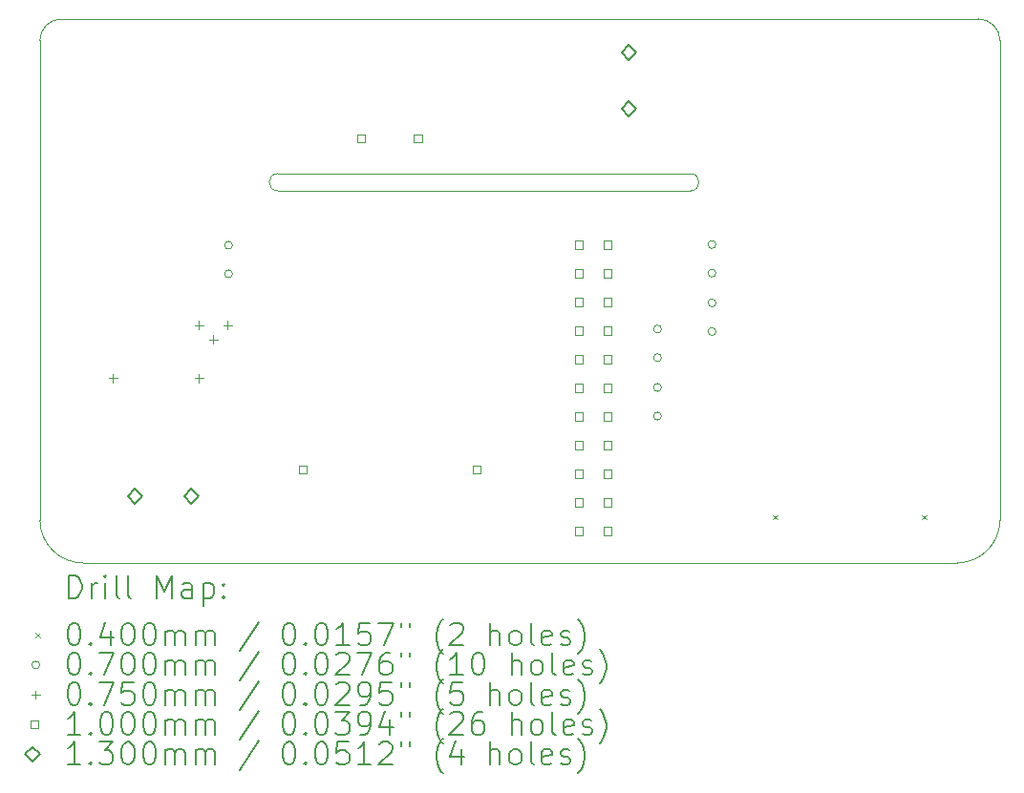
<source format=gbr>
%TF.GenerationSoftware,KiCad,Pcbnew,(6.0.8)*%
%TF.CreationDate,2022-11-26T11:41:06-06:00*%
%TF.ProjectId,tt-relay-board,74742d72-656c-4617-992d-626f6172642e,rev?*%
%TF.SameCoordinates,Original*%
%TF.FileFunction,Drillmap*%
%TF.FilePolarity,Positive*%
%FSLAX45Y45*%
G04 Gerber Fmt 4.5, Leading zero omitted, Abs format (unit mm)*
G04 Created by KiCad (PCBNEW (6.0.8)) date 2022-11-26 11:41:06*
%MOMM*%
%LPD*%
G01*
G04 APERTURE LIST*
%ADD10C,0.025400*%
%ADD11C,0.200000*%
%ADD12C,0.040000*%
%ADD13C,0.070000*%
%ADD14C,0.075000*%
%ADD15C,0.100000*%
%ADD16C,0.130000*%
G04 APERTURE END LIST*
D10*
X4572000Y-10160000D02*
X12319000Y-10160000D01*
X12700000Y-9779000D02*
X12700000Y-5524500D01*
X4191000Y-5524500D02*
X4191000Y-9779000D01*
X9956800Y-6858000D02*
G75*
G03*
X9956800Y-6705600I0J76200D01*
G01*
X4381500Y-5334000D02*
G75*
G03*
X4191000Y-5524500I0J-190500D01*
G01*
X6299200Y-6705600D02*
G75*
G03*
X6299200Y-6858000I0J-76200D01*
G01*
X9956800Y-6858000D02*
X6299200Y-6858000D01*
X6299200Y-6705600D02*
X9956800Y-6705600D01*
X12509500Y-5334000D02*
X4381500Y-5334000D01*
X4191000Y-9779000D02*
G75*
G03*
X4572000Y-10160000I381000J0D01*
G01*
X12700000Y-5524500D02*
G75*
G03*
X12509500Y-5334000I-190500J0D01*
G01*
X12319000Y-10160000D02*
G75*
G03*
X12700000Y-9779000I0J381000D01*
G01*
D11*
D12*
X10686100Y-9733600D02*
X10726100Y-9773600D01*
X10726100Y-9733600D02*
X10686100Y-9773600D01*
X12006900Y-9733600D02*
X12046900Y-9773600D01*
X12046900Y-9733600D02*
X12006900Y-9773600D01*
D13*
X5897400Y-7340600D02*
G75*
G03*
X5897400Y-7340600I-35000J0D01*
G01*
X5897400Y-7594600D02*
G75*
G03*
X5897400Y-7594600I-35000J0D01*
G01*
X9699700Y-8084900D02*
G75*
G03*
X9699700Y-8084900I-35000J0D01*
G01*
X9699700Y-8338900D02*
G75*
G03*
X9699700Y-8338900I-35000J0D01*
G01*
X9699700Y-8602900D02*
G75*
G03*
X9699700Y-8602900I-35000J0D01*
G01*
X9699700Y-8856900D02*
G75*
G03*
X9699700Y-8856900I-35000J0D01*
G01*
X10182300Y-7335600D02*
G75*
G03*
X10182300Y-7335600I-35000J0D01*
G01*
X10182300Y-7589600D02*
G75*
G03*
X10182300Y-7589600I-35000J0D01*
G01*
X10182300Y-7853600D02*
G75*
G03*
X10182300Y-7853600I-35000J0D01*
G01*
X10182300Y-8107600D02*
G75*
G03*
X10182300Y-8107600I-35000J0D01*
G01*
D14*
X4838200Y-8482100D02*
X4838200Y-8557100D01*
X4800700Y-8519600D02*
X4875700Y-8519600D01*
X5600200Y-8482100D02*
X5600200Y-8557100D01*
X5562700Y-8519600D02*
X5637700Y-8519600D01*
X5600700Y-8014300D02*
X5600700Y-8089300D01*
X5563200Y-8051800D02*
X5638200Y-8051800D01*
X5727700Y-8141300D02*
X5727700Y-8216300D01*
X5690200Y-8178800D02*
X5765200Y-8178800D01*
X5854700Y-8014300D02*
X5854700Y-8089300D01*
X5817200Y-8051800D02*
X5892200Y-8051800D01*
D15*
X6555156Y-9367706D02*
X6555156Y-9296994D01*
X6484444Y-9296994D01*
X6484444Y-9367706D01*
X6555156Y-9367706D01*
X7075156Y-6427706D02*
X7075156Y-6356994D01*
X7004444Y-6356994D01*
X7004444Y-6427706D01*
X7075156Y-6427706D01*
X7575156Y-6427706D02*
X7575156Y-6356994D01*
X7504444Y-6356994D01*
X7504444Y-6427706D01*
X7575156Y-6427706D01*
X8095156Y-9367706D02*
X8095156Y-9296994D01*
X8024444Y-9296994D01*
X8024444Y-9367706D01*
X8095156Y-9367706D01*
X9003556Y-7373456D02*
X9003556Y-7302744D01*
X8932844Y-7302744D01*
X8932844Y-7373456D01*
X9003556Y-7373456D01*
X9003556Y-7627456D02*
X9003556Y-7556744D01*
X8932844Y-7556744D01*
X8932844Y-7627456D01*
X9003556Y-7627456D01*
X9003556Y-7881456D02*
X9003556Y-7810744D01*
X8932844Y-7810744D01*
X8932844Y-7881456D01*
X9003556Y-7881456D01*
X9003556Y-8135456D02*
X9003556Y-8064744D01*
X8932844Y-8064744D01*
X8932844Y-8135456D01*
X9003556Y-8135456D01*
X9003556Y-8389456D02*
X9003556Y-8318744D01*
X8932844Y-8318744D01*
X8932844Y-8389456D01*
X9003556Y-8389456D01*
X9003556Y-8643456D02*
X9003556Y-8572744D01*
X8932844Y-8572744D01*
X8932844Y-8643456D01*
X9003556Y-8643456D01*
X9003556Y-8897456D02*
X9003556Y-8826744D01*
X8932844Y-8826744D01*
X8932844Y-8897456D01*
X9003556Y-8897456D01*
X9003556Y-9151456D02*
X9003556Y-9080744D01*
X8932844Y-9080744D01*
X8932844Y-9151456D01*
X9003556Y-9151456D01*
X9003556Y-9405456D02*
X9003556Y-9334744D01*
X8932844Y-9334744D01*
X8932844Y-9405456D01*
X9003556Y-9405456D01*
X9003556Y-9659456D02*
X9003556Y-9588744D01*
X8932844Y-9588744D01*
X8932844Y-9659456D01*
X9003556Y-9659456D01*
X9003556Y-9913456D02*
X9003556Y-9842744D01*
X8932844Y-9842744D01*
X8932844Y-9913456D01*
X9003556Y-9913456D01*
X9257556Y-7373456D02*
X9257556Y-7302744D01*
X9186844Y-7302744D01*
X9186844Y-7373456D01*
X9257556Y-7373456D01*
X9257556Y-7627456D02*
X9257556Y-7556744D01*
X9186844Y-7556744D01*
X9186844Y-7627456D01*
X9257556Y-7627456D01*
X9257556Y-7881456D02*
X9257556Y-7810744D01*
X9186844Y-7810744D01*
X9186844Y-7881456D01*
X9257556Y-7881456D01*
X9257556Y-8135456D02*
X9257556Y-8064744D01*
X9186844Y-8064744D01*
X9186844Y-8135456D01*
X9257556Y-8135456D01*
X9257556Y-8389456D02*
X9257556Y-8318744D01*
X9186844Y-8318744D01*
X9186844Y-8389456D01*
X9257556Y-8389456D01*
X9257556Y-8643456D02*
X9257556Y-8572744D01*
X9186844Y-8572744D01*
X9186844Y-8643456D01*
X9257556Y-8643456D01*
X9257556Y-8897456D02*
X9257556Y-8826744D01*
X9186844Y-8826744D01*
X9186844Y-8897456D01*
X9257556Y-8897456D01*
X9257556Y-9151456D02*
X9257556Y-9080744D01*
X9186844Y-9080744D01*
X9186844Y-9151456D01*
X9257556Y-9151456D01*
X9257556Y-9405456D02*
X9257556Y-9334744D01*
X9186844Y-9334744D01*
X9186844Y-9405456D01*
X9257556Y-9405456D01*
X9257556Y-9659456D02*
X9257556Y-9588744D01*
X9186844Y-9588744D01*
X9186844Y-9659456D01*
X9257556Y-9659456D01*
X9257556Y-9913456D02*
X9257556Y-9842744D01*
X9186844Y-9842744D01*
X9186844Y-9913456D01*
X9257556Y-9913456D01*
D16*
X5033200Y-9632700D02*
X5098200Y-9567700D01*
X5033200Y-9502700D01*
X4968200Y-9567700D01*
X5033200Y-9632700D01*
X5533200Y-9632700D02*
X5598200Y-9567700D01*
X5533200Y-9502700D01*
X5468200Y-9567700D01*
X5533200Y-9632700D01*
X9411300Y-5695100D02*
X9476300Y-5630100D01*
X9411300Y-5565100D01*
X9346300Y-5630100D01*
X9411300Y-5695100D01*
X9411300Y-6195100D02*
X9476300Y-6130100D01*
X9411300Y-6065100D01*
X9346300Y-6130100D01*
X9411300Y-6195100D01*
D11*
X4447349Y-10471746D02*
X4447349Y-10271746D01*
X4494968Y-10271746D01*
X4523540Y-10281270D01*
X4542587Y-10300318D01*
X4552111Y-10319365D01*
X4561635Y-10357460D01*
X4561635Y-10386032D01*
X4552111Y-10424127D01*
X4542587Y-10443175D01*
X4523540Y-10462222D01*
X4494968Y-10471746D01*
X4447349Y-10471746D01*
X4647349Y-10471746D02*
X4647349Y-10338413D01*
X4647349Y-10376508D02*
X4656873Y-10357460D01*
X4666397Y-10347937D01*
X4685444Y-10338413D01*
X4704492Y-10338413D01*
X4771159Y-10471746D02*
X4771159Y-10338413D01*
X4771159Y-10271746D02*
X4761635Y-10281270D01*
X4771159Y-10290794D01*
X4780682Y-10281270D01*
X4771159Y-10271746D01*
X4771159Y-10290794D01*
X4894968Y-10471746D02*
X4875920Y-10462222D01*
X4866397Y-10443175D01*
X4866397Y-10271746D01*
X4999730Y-10471746D02*
X4980682Y-10462222D01*
X4971159Y-10443175D01*
X4971159Y-10271746D01*
X5228301Y-10471746D02*
X5228301Y-10271746D01*
X5294968Y-10414603D01*
X5361635Y-10271746D01*
X5361635Y-10471746D01*
X5542587Y-10471746D02*
X5542587Y-10366984D01*
X5533063Y-10347937D01*
X5514016Y-10338413D01*
X5475920Y-10338413D01*
X5456873Y-10347937D01*
X5542587Y-10462222D02*
X5523540Y-10471746D01*
X5475920Y-10471746D01*
X5456873Y-10462222D01*
X5447349Y-10443175D01*
X5447349Y-10424127D01*
X5456873Y-10405080D01*
X5475920Y-10395556D01*
X5523540Y-10395556D01*
X5542587Y-10386032D01*
X5637825Y-10338413D02*
X5637825Y-10538413D01*
X5637825Y-10347937D02*
X5656873Y-10338413D01*
X5694968Y-10338413D01*
X5714016Y-10347937D01*
X5723539Y-10357460D01*
X5733063Y-10376508D01*
X5733063Y-10433651D01*
X5723539Y-10452699D01*
X5714016Y-10462222D01*
X5694968Y-10471746D01*
X5656873Y-10471746D01*
X5637825Y-10462222D01*
X5818778Y-10452699D02*
X5828301Y-10462222D01*
X5818778Y-10471746D01*
X5809254Y-10462222D01*
X5818778Y-10452699D01*
X5818778Y-10471746D01*
X5818778Y-10347937D02*
X5828301Y-10357460D01*
X5818778Y-10366984D01*
X5809254Y-10357460D01*
X5818778Y-10347937D01*
X5818778Y-10366984D01*
D12*
X4149730Y-10781270D02*
X4189730Y-10821270D01*
X4189730Y-10781270D02*
X4149730Y-10821270D01*
D11*
X4485444Y-10691746D02*
X4504492Y-10691746D01*
X4523540Y-10701270D01*
X4533063Y-10710794D01*
X4542587Y-10729841D01*
X4552111Y-10767937D01*
X4552111Y-10815556D01*
X4542587Y-10853651D01*
X4533063Y-10872699D01*
X4523540Y-10882222D01*
X4504492Y-10891746D01*
X4485444Y-10891746D01*
X4466397Y-10882222D01*
X4456873Y-10872699D01*
X4447349Y-10853651D01*
X4437825Y-10815556D01*
X4437825Y-10767937D01*
X4447349Y-10729841D01*
X4456873Y-10710794D01*
X4466397Y-10701270D01*
X4485444Y-10691746D01*
X4637825Y-10872699D02*
X4647349Y-10882222D01*
X4637825Y-10891746D01*
X4628301Y-10882222D01*
X4637825Y-10872699D01*
X4637825Y-10891746D01*
X4818778Y-10758413D02*
X4818778Y-10891746D01*
X4771159Y-10682222D02*
X4723540Y-10825080D01*
X4847349Y-10825080D01*
X4961635Y-10691746D02*
X4980682Y-10691746D01*
X4999730Y-10701270D01*
X5009254Y-10710794D01*
X5018778Y-10729841D01*
X5028301Y-10767937D01*
X5028301Y-10815556D01*
X5018778Y-10853651D01*
X5009254Y-10872699D01*
X4999730Y-10882222D01*
X4980682Y-10891746D01*
X4961635Y-10891746D01*
X4942587Y-10882222D01*
X4933063Y-10872699D01*
X4923540Y-10853651D01*
X4914016Y-10815556D01*
X4914016Y-10767937D01*
X4923540Y-10729841D01*
X4933063Y-10710794D01*
X4942587Y-10701270D01*
X4961635Y-10691746D01*
X5152111Y-10691746D02*
X5171159Y-10691746D01*
X5190206Y-10701270D01*
X5199730Y-10710794D01*
X5209254Y-10729841D01*
X5218778Y-10767937D01*
X5218778Y-10815556D01*
X5209254Y-10853651D01*
X5199730Y-10872699D01*
X5190206Y-10882222D01*
X5171159Y-10891746D01*
X5152111Y-10891746D01*
X5133063Y-10882222D01*
X5123540Y-10872699D01*
X5114016Y-10853651D01*
X5104492Y-10815556D01*
X5104492Y-10767937D01*
X5114016Y-10729841D01*
X5123540Y-10710794D01*
X5133063Y-10701270D01*
X5152111Y-10691746D01*
X5304492Y-10891746D02*
X5304492Y-10758413D01*
X5304492Y-10777460D02*
X5314016Y-10767937D01*
X5333063Y-10758413D01*
X5361635Y-10758413D01*
X5380682Y-10767937D01*
X5390206Y-10786984D01*
X5390206Y-10891746D01*
X5390206Y-10786984D02*
X5399730Y-10767937D01*
X5418778Y-10758413D01*
X5447349Y-10758413D01*
X5466397Y-10767937D01*
X5475920Y-10786984D01*
X5475920Y-10891746D01*
X5571159Y-10891746D02*
X5571159Y-10758413D01*
X5571159Y-10777460D02*
X5580682Y-10767937D01*
X5599730Y-10758413D01*
X5628301Y-10758413D01*
X5647349Y-10767937D01*
X5656873Y-10786984D01*
X5656873Y-10891746D01*
X5656873Y-10786984D02*
X5666397Y-10767937D01*
X5685444Y-10758413D01*
X5714016Y-10758413D01*
X5733063Y-10767937D01*
X5742587Y-10786984D01*
X5742587Y-10891746D01*
X6133063Y-10682222D02*
X5961635Y-10939365D01*
X6390206Y-10691746D02*
X6409254Y-10691746D01*
X6428301Y-10701270D01*
X6437825Y-10710794D01*
X6447349Y-10729841D01*
X6456873Y-10767937D01*
X6456873Y-10815556D01*
X6447349Y-10853651D01*
X6437825Y-10872699D01*
X6428301Y-10882222D01*
X6409254Y-10891746D01*
X6390206Y-10891746D01*
X6371158Y-10882222D01*
X6361635Y-10872699D01*
X6352111Y-10853651D01*
X6342587Y-10815556D01*
X6342587Y-10767937D01*
X6352111Y-10729841D01*
X6361635Y-10710794D01*
X6371158Y-10701270D01*
X6390206Y-10691746D01*
X6542587Y-10872699D02*
X6552111Y-10882222D01*
X6542587Y-10891746D01*
X6533063Y-10882222D01*
X6542587Y-10872699D01*
X6542587Y-10891746D01*
X6675920Y-10691746D02*
X6694968Y-10691746D01*
X6714016Y-10701270D01*
X6723539Y-10710794D01*
X6733063Y-10729841D01*
X6742587Y-10767937D01*
X6742587Y-10815556D01*
X6733063Y-10853651D01*
X6723539Y-10872699D01*
X6714016Y-10882222D01*
X6694968Y-10891746D01*
X6675920Y-10891746D01*
X6656873Y-10882222D01*
X6647349Y-10872699D01*
X6637825Y-10853651D01*
X6628301Y-10815556D01*
X6628301Y-10767937D01*
X6637825Y-10729841D01*
X6647349Y-10710794D01*
X6656873Y-10701270D01*
X6675920Y-10691746D01*
X6933063Y-10891746D02*
X6818778Y-10891746D01*
X6875920Y-10891746D02*
X6875920Y-10691746D01*
X6856873Y-10720318D01*
X6837825Y-10739365D01*
X6818778Y-10748889D01*
X7114016Y-10691746D02*
X7018778Y-10691746D01*
X7009254Y-10786984D01*
X7018778Y-10777460D01*
X7037825Y-10767937D01*
X7085444Y-10767937D01*
X7104492Y-10777460D01*
X7114016Y-10786984D01*
X7123539Y-10806032D01*
X7123539Y-10853651D01*
X7114016Y-10872699D01*
X7104492Y-10882222D01*
X7085444Y-10891746D01*
X7037825Y-10891746D01*
X7018778Y-10882222D01*
X7009254Y-10872699D01*
X7190206Y-10691746D02*
X7323539Y-10691746D01*
X7237825Y-10891746D01*
X7390206Y-10691746D02*
X7390206Y-10729841D01*
X7466397Y-10691746D02*
X7466397Y-10729841D01*
X7761635Y-10967937D02*
X7752111Y-10958413D01*
X7733063Y-10929841D01*
X7723539Y-10910794D01*
X7714016Y-10882222D01*
X7704492Y-10834603D01*
X7704492Y-10796508D01*
X7714016Y-10748889D01*
X7723539Y-10720318D01*
X7733063Y-10701270D01*
X7752111Y-10672699D01*
X7761635Y-10663175D01*
X7828301Y-10710794D02*
X7837825Y-10701270D01*
X7856873Y-10691746D01*
X7904492Y-10691746D01*
X7923539Y-10701270D01*
X7933063Y-10710794D01*
X7942587Y-10729841D01*
X7942587Y-10748889D01*
X7933063Y-10777460D01*
X7818778Y-10891746D01*
X7942587Y-10891746D01*
X8180682Y-10891746D02*
X8180682Y-10691746D01*
X8266397Y-10891746D02*
X8266397Y-10786984D01*
X8256873Y-10767937D01*
X8237825Y-10758413D01*
X8209254Y-10758413D01*
X8190206Y-10767937D01*
X8180682Y-10777460D01*
X8390206Y-10891746D02*
X8371158Y-10882222D01*
X8361635Y-10872699D01*
X8352111Y-10853651D01*
X8352111Y-10796508D01*
X8361635Y-10777460D01*
X8371158Y-10767937D01*
X8390206Y-10758413D01*
X8418778Y-10758413D01*
X8437825Y-10767937D01*
X8447349Y-10777460D01*
X8456873Y-10796508D01*
X8456873Y-10853651D01*
X8447349Y-10872699D01*
X8437825Y-10882222D01*
X8418778Y-10891746D01*
X8390206Y-10891746D01*
X8571159Y-10891746D02*
X8552111Y-10882222D01*
X8542587Y-10863175D01*
X8542587Y-10691746D01*
X8723540Y-10882222D02*
X8704492Y-10891746D01*
X8666397Y-10891746D01*
X8647349Y-10882222D01*
X8637825Y-10863175D01*
X8637825Y-10786984D01*
X8647349Y-10767937D01*
X8666397Y-10758413D01*
X8704492Y-10758413D01*
X8723540Y-10767937D01*
X8733063Y-10786984D01*
X8733063Y-10806032D01*
X8637825Y-10825080D01*
X8809254Y-10882222D02*
X8828301Y-10891746D01*
X8866397Y-10891746D01*
X8885444Y-10882222D01*
X8894968Y-10863175D01*
X8894968Y-10853651D01*
X8885444Y-10834603D01*
X8866397Y-10825080D01*
X8837825Y-10825080D01*
X8818778Y-10815556D01*
X8809254Y-10796508D01*
X8809254Y-10786984D01*
X8818778Y-10767937D01*
X8837825Y-10758413D01*
X8866397Y-10758413D01*
X8885444Y-10767937D01*
X8961635Y-10967937D02*
X8971159Y-10958413D01*
X8990206Y-10929841D01*
X8999730Y-10910794D01*
X9009254Y-10882222D01*
X9018778Y-10834603D01*
X9018778Y-10796508D01*
X9009254Y-10748889D01*
X8999730Y-10720318D01*
X8990206Y-10701270D01*
X8971159Y-10672699D01*
X8961635Y-10663175D01*
D13*
X4189730Y-11065270D02*
G75*
G03*
X4189730Y-11065270I-35000J0D01*
G01*
D11*
X4485444Y-10955746D02*
X4504492Y-10955746D01*
X4523540Y-10965270D01*
X4533063Y-10974794D01*
X4542587Y-10993841D01*
X4552111Y-11031937D01*
X4552111Y-11079556D01*
X4542587Y-11117651D01*
X4533063Y-11136699D01*
X4523540Y-11146222D01*
X4504492Y-11155746D01*
X4485444Y-11155746D01*
X4466397Y-11146222D01*
X4456873Y-11136699D01*
X4447349Y-11117651D01*
X4437825Y-11079556D01*
X4437825Y-11031937D01*
X4447349Y-10993841D01*
X4456873Y-10974794D01*
X4466397Y-10965270D01*
X4485444Y-10955746D01*
X4637825Y-11136699D02*
X4647349Y-11146222D01*
X4637825Y-11155746D01*
X4628301Y-11146222D01*
X4637825Y-11136699D01*
X4637825Y-11155746D01*
X4714016Y-10955746D02*
X4847349Y-10955746D01*
X4761635Y-11155746D01*
X4961635Y-10955746D02*
X4980682Y-10955746D01*
X4999730Y-10965270D01*
X5009254Y-10974794D01*
X5018778Y-10993841D01*
X5028301Y-11031937D01*
X5028301Y-11079556D01*
X5018778Y-11117651D01*
X5009254Y-11136699D01*
X4999730Y-11146222D01*
X4980682Y-11155746D01*
X4961635Y-11155746D01*
X4942587Y-11146222D01*
X4933063Y-11136699D01*
X4923540Y-11117651D01*
X4914016Y-11079556D01*
X4914016Y-11031937D01*
X4923540Y-10993841D01*
X4933063Y-10974794D01*
X4942587Y-10965270D01*
X4961635Y-10955746D01*
X5152111Y-10955746D02*
X5171159Y-10955746D01*
X5190206Y-10965270D01*
X5199730Y-10974794D01*
X5209254Y-10993841D01*
X5218778Y-11031937D01*
X5218778Y-11079556D01*
X5209254Y-11117651D01*
X5199730Y-11136699D01*
X5190206Y-11146222D01*
X5171159Y-11155746D01*
X5152111Y-11155746D01*
X5133063Y-11146222D01*
X5123540Y-11136699D01*
X5114016Y-11117651D01*
X5104492Y-11079556D01*
X5104492Y-11031937D01*
X5114016Y-10993841D01*
X5123540Y-10974794D01*
X5133063Y-10965270D01*
X5152111Y-10955746D01*
X5304492Y-11155746D02*
X5304492Y-11022413D01*
X5304492Y-11041460D02*
X5314016Y-11031937D01*
X5333063Y-11022413D01*
X5361635Y-11022413D01*
X5380682Y-11031937D01*
X5390206Y-11050984D01*
X5390206Y-11155746D01*
X5390206Y-11050984D02*
X5399730Y-11031937D01*
X5418778Y-11022413D01*
X5447349Y-11022413D01*
X5466397Y-11031937D01*
X5475920Y-11050984D01*
X5475920Y-11155746D01*
X5571159Y-11155746D02*
X5571159Y-11022413D01*
X5571159Y-11041460D02*
X5580682Y-11031937D01*
X5599730Y-11022413D01*
X5628301Y-11022413D01*
X5647349Y-11031937D01*
X5656873Y-11050984D01*
X5656873Y-11155746D01*
X5656873Y-11050984D02*
X5666397Y-11031937D01*
X5685444Y-11022413D01*
X5714016Y-11022413D01*
X5733063Y-11031937D01*
X5742587Y-11050984D01*
X5742587Y-11155746D01*
X6133063Y-10946222D02*
X5961635Y-11203365D01*
X6390206Y-10955746D02*
X6409254Y-10955746D01*
X6428301Y-10965270D01*
X6437825Y-10974794D01*
X6447349Y-10993841D01*
X6456873Y-11031937D01*
X6456873Y-11079556D01*
X6447349Y-11117651D01*
X6437825Y-11136699D01*
X6428301Y-11146222D01*
X6409254Y-11155746D01*
X6390206Y-11155746D01*
X6371158Y-11146222D01*
X6361635Y-11136699D01*
X6352111Y-11117651D01*
X6342587Y-11079556D01*
X6342587Y-11031937D01*
X6352111Y-10993841D01*
X6361635Y-10974794D01*
X6371158Y-10965270D01*
X6390206Y-10955746D01*
X6542587Y-11136699D02*
X6552111Y-11146222D01*
X6542587Y-11155746D01*
X6533063Y-11146222D01*
X6542587Y-11136699D01*
X6542587Y-11155746D01*
X6675920Y-10955746D02*
X6694968Y-10955746D01*
X6714016Y-10965270D01*
X6723539Y-10974794D01*
X6733063Y-10993841D01*
X6742587Y-11031937D01*
X6742587Y-11079556D01*
X6733063Y-11117651D01*
X6723539Y-11136699D01*
X6714016Y-11146222D01*
X6694968Y-11155746D01*
X6675920Y-11155746D01*
X6656873Y-11146222D01*
X6647349Y-11136699D01*
X6637825Y-11117651D01*
X6628301Y-11079556D01*
X6628301Y-11031937D01*
X6637825Y-10993841D01*
X6647349Y-10974794D01*
X6656873Y-10965270D01*
X6675920Y-10955746D01*
X6818778Y-10974794D02*
X6828301Y-10965270D01*
X6847349Y-10955746D01*
X6894968Y-10955746D01*
X6914016Y-10965270D01*
X6923539Y-10974794D01*
X6933063Y-10993841D01*
X6933063Y-11012889D01*
X6923539Y-11041460D01*
X6809254Y-11155746D01*
X6933063Y-11155746D01*
X6999730Y-10955746D02*
X7133063Y-10955746D01*
X7047349Y-11155746D01*
X7294968Y-10955746D02*
X7256873Y-10955746D01*
X7237825Y-10965270D01*
X7228301Y-10974794D01*
X7209254Y-11003365D01*
X7199730Y-11041460D01*
X7199730Y-11117651D01*
X7209254Y-11136699D01*
X7218778Y-11146222D01*
X7237825Y-11155746D01*
X7275920Y-11155746D01*
X7294968Y-11146222D01*
X7304492Y-11136699D01*
X7314016Y-11117651D01*
X7314016Y-11070032D01*
X7304492Y-11050984D01*
X7294968Y-11041460D01*
X7275920Y-11031937D01*
X7237825Y-11031937D01*
X7218778Y-11041460D01*
X7209254Y-11050984D01*
X7199730Y-11070032D01*
X7390206Y-10955746D02*
X7390206Y-10993841D01*
X7466397Y-10955746D02*
X7466397Y-10993841D01*
X7761635Y-11231937D02*
X7752111Y-11222413D01*
X7733063Y-11193841D01*
X7723539Y-11174794D01*
X7714016Y-11146222D01*
X7704492Y-11098603D01*
X7704492Y-11060508D01*
X7714016Y-11012889D01*
X7723539Y-10984318D01*
X7733063Y-10965270D01*
X7752111Y-10936699D01*
X7761635Y-10927175D01*
X7942587Y-11155746D02*
X7828301Y-11155746D01*
X7885444Y-11155746D02*
X7885444Y-10955746D01*
X7866397Y-10984318D01*
X7847349Y-11003365D01*
X7828301Y-11012889D01*
X8066397Y-10955746D02*
X8085444Y-10955746D01*
X8104492Y-10965270D01*
X8114016Y-10974794D01*
X8123539Y-10993841D01*
X8133063Y-11031937D01*
X8133063Y-11079556D01*
X8123539Y-11117651D01*
X8114016Y-11136699D01*
X8104492Y-11146222D01*
X8085444Y-11155746D01*
X8066397Y-11155746D01*
X8047349Y-11146222D01*
X8037825Y-11136699D01*
X8028301Y-11117651D01*
X8018778Y-11079556D01*
X8018778Y-11031937D01*
X8028301Y-10993841D01*
X8037825Y-10974794D01*
X8047349Y-10965270D01*
X8066397Y-10955746D01*
X8371158Y-11155746D02*
X8371158Y-10955746D01*
X8456873Y-11155746D02*
X8456873Y-11050984D01*
X8447349Y-11031937D01*
X8428301Y-11022413D01*
X8399730Y-11022413D01*
X8380682Y-11031937D01*
X8371158Y-11041460D01*
X8580682Y-11155746D02*
X8561635Y-11146222D01*
X8552111Y-11136699D01*
X8542587Y-11117651D01*
X8542587Y-11060508D01*
X8552111Y-11041460D01*
X8561635Y-11031937D01*
X8580682Y-11022413D01*
X8609254Y-11022413D01*
X8628301Y-11031937D01*
X8637825Y-11041460D01*
X8647349Y-11060508D01*
X8647349Y-11117651D01*
X8637825Y-11136699D01*
X8628301Y-11146222D01*
X8609254Y-11155746D01*
X8580682Y-11155746D01*
X8761635Y-11155746D02*
X8742587Y-11146222D01*
X8733063Y-11127175D01*
X8733063Y-10955746D01*
X8914016Y-11146222D02*
X8894968Y-11155746D01*
X8856873Y-11155746D01*
X8837825Y-11146222D01*
X8828301Y-11127175D01*
X8828301Y-11050984D01*
X8837825Y-11031937D01*
X8856873Y-11022413D01*
X8894968Y-11022413D01*
X8914016Y-11031937D01*
X8923540Y-11050984D01*
X8923540Y-11070032D01*
X8828301Y-11089080D01*
X8999730Y-11146222D02*
X9018778Y-11155746D01*
X9056873Y-11155746D01*
X9075920Y-11146222D01*
X9085444Y-11127175D01*
X9085444Y-11117651D01*
X9075920Y-11098603D01*
X9056873Y-11089080D01*
X9028301Y-11089080D01*
X9009254Y-11079556D01*
X8999730Y-11060508D01*
X8999730Y-11050984D01*
X9009254Y-11031937D01*
X9028301Y-11022413D01*
X9056873Y-11022413D01*
X9075920Y-11031937D01*
X9152111Y-11231937D02*
X9161635Y-11222413D01*
X9180682Y-11193841D01*
X9190206Y-11174794D01*
X9199730Y-11146222D01*
X9209254Y-11098603D01*
X9209254Y-11060508D01*
X9199730Y-11012889D01*
X9190206Y-10984318D01*
X9180682Y-10965270D01*
X9161635Y-10936699D01*
X9152111Y-10927175D01*
D14*
X4152230Y-11291770D02*
X4152230Y-11366770D01*
X4114730Y-11329270D02*
X4189730Y-11329270D01*
D11*
X4485444Y-11219746D02*
X4504492Y-11219746D01*
X4523540Y-11229270D01*
X4533063Y-11238794D01*
X4542587Y-11257841D01*
X4552111Y-11295937D01*
X4552111Y-11343556D01*
X4542587Y-11381651D01*
X4533063Y-11400698D01*
X4523540Y-11410222D01*
X4504492Y-11419746D01*
X4485444Y-11419746D01*
X4466397Y-11410222D01*
X4456873Y-11400698D01*
X4447349Y-11381651D01*
X4437825Y-11343556D01*
X4437825Y-11295937D01*
X4447349Y-11257841D01*
X4456873Y-11238794D01*
X4466397Y-11229270D01*
X4485444Y-11219746D01*
X4637825Y-11400698D02*
X4647349Y-11410222D01*
X4637825Y-11419746D01*
X4628301Y-11410222D01*
X4637825Y-11400698D01*
X4637825Y-11419746D01*
X4714016Y-11219746D02*
X4847349Y-11219746D01*
X4761635Y-11419746D01*
X5018778Y-11219746D02*
X4923540Y-11219746D01*
X4914016Y-11314984D01*
X4923540Y-11305460D01*
X4942587Y-11295937D01*
X4990206Y-11295937D01*
X5009254Y-11305460D01*
X5018778Y-11314984D01*
X5028301Y-11334032D01*
X5028301Y-11381651D01*
X5018778Y-11400698D01*
X5009254Y-11410222D01*
X4990206Y-11419746D01*
X4942587Y-11419746D01*
X4923540Y-11410222D01*
X4914016Y-11400698D01*
X5152111Y-11219746D02*
X5171159Y-11219746D01*
X5190206Y-11229270D01*
X5199730Y-11238794D01*
X5209254Y-11257841D01*
X5218778Y-11295937D01*
X5218778Y-11343556D01*
X5209254Y-11381651D01*
X5199730Y-11400698D01*
X5190206Y-11410222D01*
X5171159Y-11419746D01*
X5152111Y-11419746D01*
X5133063Y-11410222D01*
X5123540Y-11400698D01*
X5114016Y-11381651D01*
X5104492Y-11343556D01*
X5104492Y-11295937D01*
X5114016Y-11257841D01*
X5123540Y-11238794D01*
X5133063Y-11229270D01*
X5152111Y-11219746D01*
X5304492Y-11419746D02*
X5304492Y-11286413D01*
X5304492Y-11305460D02*
X5314016Y-11295937D01*
X5333063Y-11286413D01*
X5361635Y-11286413D01*
X5380682Y-11295937D01*
X5390206Y-11314984D01*
X5390206Y-11419746D01*
X5390206Y-11314984D02*
X5399730Y-11295937D01*
X5418778Y-11286413D01*
X5447349Y-11286413D01*
X5466397Y-11295937D01*
X5475920Y-11314984D01*
X5475920Y-11419746D01*
X5571159Y-11419746D02*
X5571159Y-11286413D01*
X5571159Y-11305460D02*
X5580682Y-11295937D01*
X5599730Y-11286413D01*
X5628301Y-11286413D01*
X5647349Y-11295937D01*
X5656873Y-11314984D01*
X5656873Y-11419746D01*
X5656873Y-11314984D02*
X5666397Y-11295937D01*
X5685444Y-11286413D01*
X5714016Y-11286413D01*
X5733063Y-11295937D01*
X5742587Y-11314984D01*
X5742587Y-11419746D01*
X6133063Y-11210222D02*
X5961635Y-11467365D01*
X6390206Y-11219746D02*
X6409254Y-11219746D01*
X6428301Y-11229270D01*
X6437825Y-11238794D01*
X6447349Y-11257841D01*
X6456873Y-11295937D01*
X6456873Y-11343556D01*
X6447349Y-11381651D01*
X6437825Y-11400698D01*
X6428301Y-11410222D01*
X6409254Y-11419746D01*
X6390206Y-11419746D01*
X6371158Y-11410222D01*
X6361635Y-11400698D01*
X6352111Y-11381651D01*
X6342587Y-11343556D01*
X6342587Y-11295937D01*
X6352111Y-11257841D01*
X6361635Y-11238794D01*
X6371158Y-11229270D01*
X6390206Y-11219746D01*
X6542587Y-11400698D02*
X6552111Y-11410222D01*
X6542587Y-11419746D01*
X6533063Y-11410222D01*
X6542587Y-11400698D01*
X6542587Y-11419746D01*
X6675920Y-11219746D02*
X6694968Y-11219746D01*
X6714016Y-11229270D01*
X6723539Y-11238794D01*
X6733063Y-11257841D01*
X6742587Y-11295937D01*
X6742587Y-11343556D01*
X6733063Y-11381651D01*
X6723539Y-11400698D01*
X6714016Y-11410222D01*
X6694968Y-11419746D01*
X6675920Y-11419746D01*
X6656873Y-11410222D01*
X6647349Y-11400698D01*
X6637825Y-11381651D01*
X6628301Y-11343556D01*
X6628301Y-11295937D01*
X6637825Y-11257841D01*
X6647349Y-11238794D01*
X6656873Y-11229270D01*
X6675920Y-11219746D01*
X6818778Y-11238794D02*
X6828301Y-11229270D01*
X6847349Y-11219746D01*
X6894968Y-11219746D01*
X6914016Y-11229270D01*
X6923539Y-11238794D01*
X6933063Y-11257841D01*
X6933063Y-11276889D01*
X6923539Y-11305460D01*
X6809254Y-11419746D01*
X6933063Y-11419746D01*
X7028301Y-11419746D02*
X7066397Y-11419746D01*
X7085444Y-11410222D01*
X7094968Y-11400698D01*
X7114016Y-11372127D01*
X7123539Y-11334032D01*
X7123539Y-11257841D01*
X7114016Y-11238794D01*
X7104492Y-11229270D01*
X7085444Y-11219746D01*
X7047349Y-11219746D01*
X7028301Y-11229270D01*
X7018778Y-11238794D01*
X7009254Y-11257841D01*
X7009254Y-11305460D01*
X7018778Y-11324508D01*
X7028301Y-11334032D01*
X7047349Y-11343556D01*
X7085444Y-11343556D01*
X7104492Y-11334032D01*
X7114016Y-11324508D01*
X7123539Y-11305460D01*
X7304492Y-11219746D02*
X7209254Y-11219746D01*
X7199730Y-11314984D01*
X7209254Y-11305460D01*
X7228301Y-11295937D01*
X7275920Y-11295937D01*
X7294968Y-11305460D01*
X7304492Y-11314984D01*
X7314016Y-11334032D01*
X7314016Y-11381651D01*
X7304492Y-11400698D01*
X7294968Y-11410222D01*
X7275920Y-11419746D01*
X7228301Y-11419746D01*
X7209254Y-11410222D01*
X7199730Y-11400698D01*
X7390206Y-11219746D02*
X7390206Y-11257841D01*
X7466397Y-11219746D02*
X7466397Y-11257841D01*
X7761635Y-11495937D02*
X7752111Y-11486413D01*
X7733063Y-11457841D01*
X7723539Y-11438794D01*
X7714016Y-11410222D01*
X7704492Y-11362603D01*
X7704492Y-11324508D01*
X7714016Y-11276889D01*
X7723539Y-11248318D01*
X7733063Y-11229270D01*
X7752111Y-11200698D01*
X7761635Y-11191175D01*
X7933063Y-11219746D02*
X7837825Y-11219746D01*
X7828301Y-11314984D01*
X7837825Y-11305460D01*
X7856873Y-11295937D01*
X7904492Y-11295937D01*
X7923539Y-11305460D01*
X7933063Y-11314984D01*
X7942587Y-11334032D01*
X7942587Y-11381651D01*
X7933063Y-11400698D01*
X7923539Y-11410222D01*
X7904492Y-11419746D01*
X7856873Y-11419746D01*
X7837825Y-11410222D01*
X7828301Y-11400698D01*
X8180682Y-11419746D02*
X8180682Y-11219746D01*
X8266397Y-11419746D02*
X8266397Y-11314984D01*
X8256873Y-11295937D01*
X8237825Y-11286413D01*
X8209254Y-11286413D01*
X8190206Y-11295937D01*
X8180682Y-11305460D01*
X8390206Y-11419746D02*
X8371158Y-11410222D01*
X8361635Y-11400698D01*
X8352111Y-11381651D01*
X8352111Y-11324508D01*
X8361635Y-11305460D01*
X8371158Y-11295937D01*
X8390206Y-11286413D01*
X8418778Y-11286413D01*
X8437825Y-11295937D01*
X8447349Y-11305460D01*
X8456873Y-11324508D01*
X8456873Y-11381651D01*
X8447349Y-11400698D01*
X8437825Y-11410222D01*
X8418778Y-11419746D01*
X8390206Y-11419746D01*
X8571159Y-11419746D02*
X8552111Y-11410222D01*
X8542587Y-11391175D01*
X8542587Y-11219746D01*
X8723540Y-11410222D02*
X8704492Y-11419746D01*
X8666397Y-11419746D01*
X8647349Y-11410222D01*
X8637825Y-11391175D01*
X8637825Y-11314984D01*
X8647349Y-11295937D01*
X8666397Y-11286413D01*
X8704492Y-11286413D01*
X8723540Y-11295937D01*
X8733063Y-11314984D01*
X8733063Y-11334032D01*
X8637825Y-11353079D01*
X8809254Y-11410222D02*
X8828301Y-11419746D01*
X8866397Y-11419746D01*
X8885444Y-11410222D01*
X8894968Y-11391175D01*
X8894968Y-11381651D01*
X8885444Y-11362603D01*
X8866397Y-11353079D01*
X8837825Y-11353079D01*
X8818778Y-11343556D01*
X8809254Y-11324508D01*
X8809254Y-11314984D01*
X8818778Y-11295937D01*
X8837825Y-11286413D01*
X8866397Y-11286413D01*
X8885444Y-11295937D01*
X8961635Y-11495937D02*
X8971159Y-11486413D01*
X8990206Y-11457841D01*
X8999730Y-11438794D01*
X9009254Y-11410222D01*
X9018778Y-11362603D01*
X9018778Y-11324508D01*
X9009254Y-11276889D01*
X8999730Y-11248318D01*
X8990206Y-11229270D01*
X8971159Y-11200698D01*
X8961635Y-11191175D01*
D15*
X4175086Y-11628626D02*
X4175086Y-11557914D01*
X4104374Y-11557914D01*
X4104374Y-11628626D01*
X4175086Y-11628626D01*
D11*
X4552111Y-11683746D02*
X4437825Y-11683746D01*
X4494968Y-11683746D02*
X4494968Y-11483746D01*
X4475920Y-11512318D01*
X4456873Y-11531365D01*
X4437825Y-11540889D01*
X4637825Y-11664698D02*
X4647349Y-11674222D01*
X4637825Y-11683746D01*
X4628301Y-11674222D01*
X4637825Y-11664698D01*
X4637825Y-11683746D01*
X4771159Y-11483746D02*
X4790206Y-11483746D01*
X4809254Y-11493270D01*
X4818778Y-11502794D01*
X4828301Y-11521841D01*
X4837825Y-11559937D01*
X4837825Y-11607556D01*
X4828301Y-11645651D01*
X4818778Y-11664698D01*
X4809254Y-11674222D01*
X4790206Y-11683746D01*
X4771159Y-11683746D01*
X4752111Y-11674222D01*
X4742587Y-11664698D01*
X4733063Y-11645651D01*
X4723540Y-11607556D01*
X4723540Y-11559937D01*
X4733063Y-11521841D01*
X4742587Y-11502794D01*
X4752111Y-11493270D01*
X4771159Y-11483746D01*
X4961635Y-11483746D02*
X4980682Y-11483746D01*
X4999730Y-11493270D01*
X5009254Y-11502794D01*
X5018778Y-11521841D01*
X5028301Y-11559937D01*
X5028301Y-11607556D01*
X5018778Y-11645651D01*
X5009254Y-11664698D01*
X4999730Y-11674222D01*
X4980682Y-11683746D01*
X4961635Y-11683746D01*
X4942587Y-11674222D01*
X4933063Y-11664698D01*
X4923540Y-11645651D01*
X4914016Y-11607556D01*
X4914016Y-11559937D01*
X4923540Y-11521841D01*
X4933063Y-11502794D01*
X4942587Y-11493270D01*
X4961635Y-11483746D01*
X5152111Y-11483746D02*
X5171159Y-11483746D01*
X5190206Y-11493270D01*
X5199730Y-11502794D01*
X5209254Y-11521841D01*
X5218778Y-11559937D01*
X5218778Y-11607556D01*
X5209254Y-11645651D01*
X5199730Y-11664698D01*
X5190206Y-11674222D01*
X5171159Y-11683746D01*
X5152111Y-11683746D01*
X5133063Y-11674222D01*
X5123540Y-11664698D01*
X5114016Y-11645651D01*
X5104492Y-11607556D01*
X5104492Y-11559937D01*
X5114016Y-11521841D01*
X5123540Y-11502794D01*
X5133063Y-11493270D01*
X5152111Y-11483746D01*
X5304492Y-11683746D02*
X5304492Y-11550413D01*
X5304492Y-11569460D02*
X5314016Y-11559937D01*
X5333063Y-11550413D01*
X5361635Y-11550413D01*
X5380682Y-11559937D01*
X5390206Y-11578984D01*
X5390206Y-11683746D01*
X5390206Y-11578984D02*
X5399730Y-11559937D01*
X5418778Y-11550413D01*
X5447349Y-11550413D01*
X5466397Y-11559937D01*
X5475920Y-11578984D01*
X5475920Y-11683746D01*
X5571159Y-11683746D02*
X5571159Y-11550413D01*
X5571159Y-11569460D02*
X5580682Y-11559937D01*
X5599730Y-11550413D01*
X5628301Y-11550413D01*
X5647349Y-11559937D01*
X5656873Y-11578984D01*
X5656873Y-11683746D01*
X5656873Y-11578984D02*
X5666397Y-11559937D01*
X5685444Y-11550413D01*
X5714016Y-11550413D01*
X5733063Y-11559937D01*
X5742587Y-11578984D01*
X5742587Y-11683746D01*
X6133063Y-11474222D02*
X5961635Y-11731365D01*
X6390206Y-11483746D02*
X6409254Y-11483746D01*
X6428301Y-11493270D01*
X6437825Y-11502794D01*
X6447349Y-11521841D01*
X6456873Y-11559937D01*
X6456873Y-11607556D01*
X6447349Y-11645651D01*
X6437825Y-11664698D01*
X6428301Y-11674222D01*
X6409254Y-11683746D01*
X6390206Y-11683746D01*
X6371158Y-11674222D01*
X6361635Y-11664698D01*
X6352111Y-11645651D01*
X6342587Y-11607556D01*
X6342587Y-11559937D01*
X6352111Y-11521841D01*
X6361635Y-11502794D01*
X6371158Y-11493270D01*
X6390206Y-11483746D01*
X6542587Y-11664698D02*
X6552111Y-11674222D01*
X6542587Y-11683746D01*
X6533063Y-11674222D01*
X6542587Y-11664698D01*
X6542587Y-11683746D01*
X6675920Y-11483746D02*
X6694968Y-11483746D01*
X6714016Y-11493270D01*
X6723539Y-11502794D01*
X6733063Y-11521841D01*
X6742587Y-11559937D01*
X6742587Y-11607556D01*
X6733063Y-11645651D01*
X6723539Y-11664698D01*
X6714016Y-11674222D01*
X6694968Y-11683746D01*
X6675920Y-11683746D01*
X6656873Y-11674222D01*
X6647349Y-11664698D01*
X6637825Y-11645651D01*
X6628301Y-11607556D01*
X6628301Y-11559937D01*
X6637825Y-11521841D01*
X6647349Y-11502794D01*
X6656873Y-11493270D01*
X6675920Y-11483746D01*
X6809254Y-11483746D02*
X6933063Y-11483746D01*
X6866397Y-11559937D01*
X6894968Y-11559937D01*
X6914016Y-11569460D01*
X6923539Y-11578984D01*
X6933063Y-11598032D01*
X6933063Y-11645651D01*
X6923539Y-11664698D01*
X6914016Y-11674222D01*
X6894968Y-11683746D01*
X6837825Y-11683746D01*
X6818778Y-11674222D01*
X6809254Y-11664698D01*
X7028301Y-11683746D02*
X7066397Y-11683746D01*
X7085444Y-11674222D01*
X7094968Y-11664698D01*
X7114016Y-11636127D01*
X7123539Y-11598032D01*
X7123539Y-11521841D01*
X7114016Y-11502794D01*
X7104492Y-11493270D01*
X7085444Y-11483746D01*
X7047349Y-11483746D01*
X7028301Y-11493270D01*
X7018778Y-11502794D01*
X7009254Y-11521841D01*
X7009254Y-11569460D01*
X7018778Y-11588508D01*
X7028301Y-11598032D01*
X7047349Y-11607556D01*
X7085444Y-11607556D01*
X7104492Y-11598032D01*
X7114016Y-11588508D01*
X7123539Y-11569460D01*
X7294968Y-11550413D02*
X7294968Y-11683746D01*
X7247349Y-11474222D02*
X7199730Y-11617079D01*
X7323539Y-11617079D01*
X7390206Y-11483746D02*
X7390206Y-11521841D01*
X7466397Y-11483746D02*
X7466397Y-11521841D01*
X7761635Y-11759937D02*
X7752111Y-11750413D01*
X7733063Y-11721841D01*
X7723539Y-11702794D01*
X7714016Y-11674222D01*
X7704492Y-11626603D01*
X7704492Y-11588508D01*
X7714016Y-11540889D01*
X7723539Y-11512318D01*
X7733063Y-11493270D01*
X7752111Y-11464698D01*
X7761635Y-11455175D01*
X7828301Y-11502794D02*
X7837825Y-11493270D01*
X7856873Y-11483746D01*
X7904492Y-11483746D01*
X7923539Y-11493270D01*
X7933063Y-11502794D01*
X7942587Y-11521841D01*
X7942587Y-11540889D01*
X7933063Y-11569460D01*
X7818778Y-11683746D01*
X7942587Y-11683746D01*
X8114016Y-11483746D02*
X8075920Y-11483746D01*
X8056873Y-11493270D01*
X8047349Y-11502794D01*
X8028301Y-11531365D01*
X8018778Y-11569460D01*
X8018778Y-11645651D01*
X8028301Y-11664698D01*
X8037825Y-11674222D01*
X8056873Y-11683746D01*
X8094968Y-11683746D01*
X8114016Y-11674222D01*
X8123539Y-11664698D01*
X8133063Y-11645651D01*
X8133063Y-11598032D01*
X8123539Y-11578984D01*
X8114016Y-11569460D01*
X8094968Y-11559937D01*
X8056873Y-11559937D01*
X8037825Y-11569460D01*
X8028301Y-11578984D01*
X8018778Y-11598032D01*
X8371158Y-11683746D02*
X8371158Y-11483746D01*
X8456873Y-11683746D02*
X8456873Y-11578984D01*
X8447349Y-11559937D01*
X8428301Y-11550413D01*
X8399730Y-11550413D01*
X8380682Y-11559937D01*
X8371158Y-11569460D01*
X8580682Y-11683746D02*
X8561635Y-11674222D01*
X8552111Y-11664698D01*
X8542587Y-11645651D01*
X8542587Y-11588508D01*
X8552111Y-11569460D01*
X8561635Y-11559937D01*
X8580682Y-11550413D01*
X8609254Y-11550413D01*
X8628301Y-11559937D01*
X8637825Y-11569460D01*
X8647349Y-11588508D01*
X8647349Y-11645651D01*
X8637825Y-11664698D01*
X8628301Y-11674222D01*
X8609254Y-11683746D01*
X8580682Y-11683746D01*
X8761635Y-11683746D02*
X8742587Y-11674222D01*
X8733063Y-11655175D01*
X8733063Y-11483746D01*
X8914016Y-11674222D02*
X8894968Y-11683746D01*
X8856873Y-11683746D01*
X8837825Y-11674222D01*
X8828301Y-11655175D01*
X8828301Y-11578984D01*
X8837825Y-11559937D01*
X8856873Y-11550413D01*
X8894968Y-11550413D01*
X8914016Y-11559937D01*
X8923540Y-11578984D01*
X8923540Y-11598032D01*
X8828301Y-11617079D01*
X8999730Y-11674222D02*
X9018778Y-11683746D01*
X9056873Y-11683746D01*
X9075920Y-11674222D01*
X9085444Y-11655175D01*
X9085444Y-11645651D01*
X9075920Y-11626603D01*
X9056873Y-11617079D01*
X9028301Y-11617079D01*
X9009254Y-11607556D01*
X8999730Y-11588508D01*
X8999730Y-11578984D01*
X9009254Y-11559937D01*
X9028301Y-11550413D01*
X9056873Y-11550413D01*
X9075920Y-11559937D01*
X9152111Y-11759937D02*
X9161635Y-11750413D01*
X9180682Y-11721841D01*
X9190206Y-11702794D01*
X9199730Y-11674222D01*
X9209254Y-11626603D01*
X9209254Y-11588508D01*
X9199730Y-11540889D01*
X9190206Y-11512318D01*
X9180682Y-11493270D01*
X9161635Y-11464698D01*
X9152111Y-11455175D01*
D16*
X4124730Y-11922270D02*
X4189730Y-11857270D01*
X4124730Y-11792270D01*
X4059730Y-11857270D01*
X4124730Y-11922270D01*
D11*
X4552111Y-11947746D02*
X4437825Y-11947746D01*
X4494968Y-11947746D02*
X4494968Y-11747746D01*
X4475920Y-11776318D01*
X4456873Y-11795365D01*
X4437825Y-11804889D01*
X4637825Y-11928698D02*
X4647349Y-11938222D01*
X4637825Y-11947746D01*
X4628301Y-11938222D01*
X4637825Y-11928698D01*
X4637825Y-11947746D01*
X4714016Y-11747746D02*
X4837825Y-11747746D01*
X4771159Y-11823937D01*
X4799730Y-11823937D01*
X4818778Y-11833460D01*
X4828301Y-11842984D01*
X4837825Y-11862032D01*
X4837825Y-11909651D01*
X4828301Y-11928698D01*
X4818778Y-11938222D01*
X4799730Y-11947746D01*
X4742587Y-11947746D01*
X4723540Y-11938222D01*
X4714016Y-11928698D01*
X4961635Y-11747746D02*
X4980682Y-11747746D01*
X4999730Y-11757270D01*
X5009254Y-11766794D01*
X5018778Y-11785841D01*
X5028301Y-11823937D01*
X5028301Y-11871556D01*
X5018778Y-11909651D01*
X5009254Y-11928698D01*
X4999730Y-11938222D01*
X4980682Y-11947746D01*
X4961635Y-11947746D01*
X4942587Y-11938222D01*
X4933063Y-11928698D01*
X4923540Y-11909651D01*
X4914016Y-11871556D01*
X4914016Y-11823937D01*
X4923540Y-11785841D01*
X4933063Y-11766794D01*
X4942587Y-11757270D01*
X4961635Y-11747746D01*
X5152111Y-11747746D02*
X5171159Y-11747746D01*
X5190206Y-11757270D01*
X5199730Y-11766794D01*
X5209254Y-11785841D01*
X5218778Y-11823937D01*
X5218778Y-11871556D01*
X5209254Y-11909651D01*
X5199730Y-11928698D01*
X5190206Y-11938222D01*
X5171159Y-11947746D01*
X5152111Y-11947746D01*
X5133063Y-11938222D01*
X5123540Y-11928698D01*
X5114016Y-11909651D01*
X5104492Y-11871556D01*
X5104492Y-11823937D01*
X5114016Y-11785841D01*
X5123540Y-11766794D01*
X5133063Y-11757270D01*
X5152111Y-11747746D01*
X5304492Y-11947746D02*
X5304492Y-11814413D01*
X5304492Y-11833460D02*
X5314016Y-11823937D01*
X5333063Y-11814413D01*
X5361635Y-11814413D01*
X5380682Y-11823937D01*
X5390206Y-11842984D01*
X5390206Y-11947746D01*
X5390206Y-11842984D02*
X5399730Y-11823937D01*
X5418778Y-11814413D01*
X5447349Y-11814413D01*
X5466397Y-11823937D01*
X5475920Y-11842984D01*
X5475920Y-11947746D01*
X5571159Y-11947746D02*
X5571159Y-11814413D01*
X5571159Y-11833460D02*
X5580682Y-11823937D01*
X5599730Y-11814413D01*
X5628301Y-11814413D01*
X5647349Y-11823937D01*
X5656873Y-11842984D01*
X5656873Y-11947746D01*
X5656873Y-11842984D02*
X5666397Y-11823937D01*
X5685444Y-11814413D01*
X5714016Y-11814413D01*
X5733063Y-11823937D01*
X5742587Y-11842984D01*
X5742587Y-11947746D01*
X6133063Y-11738222D02*
X5961635Y-11995365D01*
X6390206Y-11747746D02*
X6409254Y-11747746D01*
X6428301Y-11757270D01*
X6437825Y-11766794D01*
X6447349Y-11785841D01*
X6456873Y-11823937D01*
X6456873Y-11871556D01*
X6447349Y-11909651D01*
X6437825Y-11928698D01*
X6428301Y-11938222D01*
X6409254Y-11947746D01*
X6390206Y-11947746D01*
X6371158Y-11938222D01*
X6361635Y-11928698D01*
X6352111Y-11909651D01*
X6342587Y-11871556D01*
X6342587Y-11823937D01*
X6352111Y-11785841D01*
X6361635Y-11766794D01*
X6371158Y-11757270D01*
X6390206Y-11747746D01*
X6542587Y-11928698D02*
X6552111Y-11938222D01*
X6542587Y-11947746D01*
X6533063Y-11938222D01*
X6542587Y-11928698D01*
X6542587Y-11947746D01*
X6675920Y-11747746D02*
X6694968Y-11747746D01*
X6714016Y-11757270D01*
X6723539Y-11766794D01*
X6733063Y-11785841D01*
X6742587Y-11823937D01*
X6742587Y-11871556D01*
X6733063Y-11909651D01*
X6723539Y-11928698D01*
X6714016Y-11938222D01*
X6694968Y-11947746D01*
X6675920Y-11947746D01*
X6656873Y-11938222D01*
X6647349Y-11928698D01*
X6637825Y-11909651D01*
X6628301Y-11871556D01*
X6628301Y-11823937D01*
X6637825Y-11785841D01*
X6647349Y-11766794D01*
X6656873Y-11757270D01*
X6675920Y-11747746D01*
X6923539Y-11747746D02*
X6828301Y-11747746D01*
X6818778Y-11842984D01*
X6828301Y-11833460D01*
X6847349Y-11823937D01*
X6894968Y-11823937D01*
X6914016Y-11833460D01*
X6923539Y-11842984D01*
X6933063Y-11862032D01*
X6933063Y-11909651D01*
X6923539Y-11928698D01*
X6914016Y-11938222D01*
X6894968Y-11947746D01*
X6847349Y-11947746D01*
X6828301Y-11938222D01*
X6818778Y-11928698D01*
X7123539Y-11947746D02*
X7009254Y-11947746D01*
X7066397Y-11947746D02*
X7066397Y-11747746D01*
X7047349Y-11776318D01*
X7028301Y-11795365D01*
X7009254Y-11804889D01*
X7199730Y-11766794D02*
X7209254Y-11757270D01*
X7228301Y-11747746D01*
X7275920Y-11747746D01*
X7294968Y-11757270D01*
X7304492Y-11766794D01*
X7314016Y-11785841D01*
X7314016Y-11804889D01*
X7304492Y-11833460D01*
X7190206Y-11947746D01*
X7314016Y-11947746D01*
X7390206Y-11747746D02*
X7390206Y-11785841D01*
X7466397Y-11747746D02*
X7466397Y-11785841D01*
X7761635Y-12023937D02*
X7752111Y-12014413D01*
X7733063Y-11985841D01*
X7723539Y-11966794D01*
X7714016Y-11938222D01*
X7704492Y-11890603D01*
X7704492Y-11852508D01*
X7714016Y-11804889D01*
X7723539Y-11776318D01*
X7733063Y-11757270D01*
X7752111Y-11728698D01*
X7761635Y-11719175D01*
X7923539Y-11814413D02*
X7923539Y-11947746D01*
X7875920Y-11738222D02*
X7828301Y-11881079D01*
X7952111Y-11881079D01*
X8180682Y-11947746D02*
X8180682Y-11747746D01*
X8266397Y-11947746D02*
X8266397Y-11842984D01*
X8256873Y-11823937D01*
X8237825Y-11814413D01*
X8209254Y-11814413D01*
X8190206Y-11823937D01*
X8180682Y-11833460D01*
X8390206Y-11947746D02*
X8371158Y-11938222D01*
X8361635Y-11928698D01*
X8352111Y-11909651D01*
X8352111Y-11852508D01*
X8361635Y-11833460D01*
X8371158Y-11823937D01*
X8390206Y-11814413D01*
X8418778Y-11814413D01*
X8437825Y-11823937D01*
X8447349Y-11833460D01*
X8456873Y-11852508D01*
X8456873Y-11909651D01*
X8447349Y-11928698D01*
X8437825Y-11938222D01*
X8418778Y-11947746D01*
X8390206Y-11947746D01*
X8571159Y-11947746D02*
X8552111Y-11938222D01*
X8542587Y-11919175D01*
X8542587Y-11747746D01*
X8723540Y-11938222D02*
X8704492Y-11947746D01*
X8666397Y-11947746D01*
X8647349Y-11938222D01*
X8637825Y-11919175D01*
X8637825Y-11842984D01*
X8647349Y-11823937D01*
X8666397Y-11814413D01*
X8704492Y-11814413D01*
X8723540Y-11823937D01*
X8733063Y-11842984D01*
X8733063Y-11862032D01*
X8637825Y-11881079D01*
X8809254Y-11938222D02*
X8828301Y-11947746D01*
X8866397Y-11947746D01*
X8885444Y-11938222D01*
X8894968Y-11919175D01*
X8894968Y-11909651D01*
X8885444Y-11890603D01*
X8866397Y-11881079D01*
X8837825Y-11881079D01*
X8818778Y-11871556D01*
X8809254Y-11852508D01*
X8809254Y-11842984D01*
X8818778Y-11823937D01*
X8837825Y-11814413D01*
X8866397Y-11814413D01*
X8885444Y-11823937D01*
X8961635Y-12023937D02*
X8971159Y-12014413D01*
X8990206Y-11985841D01*
X8999730Y-11966794D01*
X9009254Y-11938222D01*
X9018778Y-11890603D01*
X9018778Y-11852508D01*
X9009254Y-11804889D01*
X8999730Y-11776318D01*
X8990206Y-11757270D01*
X8971159Y-11728698D01*
X8961635Y-11719175D01*
M02*

</source>
